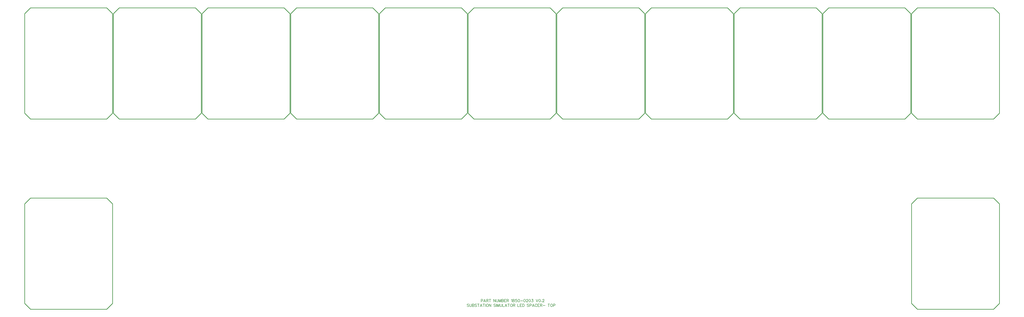
<source format=gto>
G04 Layer: TopSilkscreenLayer*
G04 EasyEDA v6.5.34, 2023-08-21 18:11:39*
G04 473cf98a722f4b1b92428232cfd1038c,5a6b42c53f6a479593ecc07194224c93,10*
G04 Gerber Generator version 0.2*
G04 Scale: 100 percent, Rotated: No, Reflected: No *
G04 Dimensions in millimeters *
G04 leading zeros omitted , absolute positions ,4 integer and 5 decimal *
%FSLAX45Y45*%
%MOMM*%

%ADD10C,0.2032*%
%ADD11C,0.2540*%

%LPD*%
D10*
X22783901Y464057D02*
G01*
X22783901Y349504D01*
X22783901Y464057D02*
G01*
X22832923Y464057D01*
X22849179Y458470D01*
X22854767Y453136D01*
X22860101Y442213D01*
X22860101Y425704D01*
X22854767Y414781D01*
X22849179Y409447D01*
X22832923Y404113D01*
X22783901Y404113D01*
X22939857Y464057D02*
G01*
X22896169Y349504D01*
X22939857Y464057D02*
G01*
X22983545Y349504D01*
X22912425Y387604D02*
G01*
X22967035Y387604D01*
X23019359Y464057D02*
G01*
X23019359Y349504D01*
X23019359Y464057D02*
G01*
X23068635Y464057D01*
X23084891Y458470D01*
X23090225Y453136D01*
X23095813Y442213D01*
X23095813Y431292D01*
X23090225Y420370D01*
X23084891Y414781D01*
X23068635Y409447D01*
X23019359Y409447D01*
X23057713Y409447D02*
G01*
X23095813Y349504D01*
X23169981Y464057D02*
G01*
X23169981Y349504D01*
X23131881Y464057D02*
G01*
X23208081Y464057D01*
X23328223Y464057D02*
G01*
X23328223Y349504D01*
X23328223Y464057D02*
G01*
X23404423Y349504D01*
X23404423Y464057D02*
G01*
X23404423Y349504D01*
X23440491Y464057D02*
G01*
X23440491Y382270D01*
X23446079Y365760D01*
X23457001Y354837D01*
X23473257Y349504D01*
X23484179Y349504D01*
X23500435Y354837D01*
X23511357Y365760D01*
X23516945Y382270D01*
X23516945Y464057D01*
X23553013Y464057D02*
G01*
X23553013Y349504D01*
X23553013Y464057D02*
G01*
X23596447Y349504D01*
X23640135Y464057D02*
G01*
X23596447Y349504D01*
X23640135Y464057D02*
G01*
X23640135Y349504D01*
X23676203Y464057D02*
G01*
X23676203Y349504D01*
X23676203Y464057D02*
G01*
X23725225Y464057D01*
X23741735Y458470D01*
X23747069Y453136D01*
X23752403Y442213D01*
X23752403Y431292D01*
X23747069Y420370D01*
X23741735Y414781D01*
X23725225Y409447D01*
X23676203Y409447D02*
G01*
X23725225Y409447D01*
X23741735Y404113D01*
X23747069Y398526D01*
X23752403Y387604D01*
X23752403Y371347D01*
X23747069Y360426D01*
X23741735Y354837D01*
X23725225Y349504D01*
X23676203Y349504D01*
X23788471Y464057D02*
G01*
X23788471Y349504D01*
X23788471Y464057D02*
G01*
X23859337Y464057D01*
X23788471Y409447D02*
G01*
X23832159Y409447D01*
X23788471Y349504D02*
G01*
X23859337Y349504D01*
X23895405Y464057D02*
G01*
X23895405Y349504D01*
X23895405Y464057D02*
G01*
X23944427Y464057D01*
X23960937Y458470D01*
X23966271Y453136D01*
X23971859Y442213D01*
X23971859Y431292D01*
X23966271Y420370D01*
X23960937Y414781D01*
X23944427Y409447D01*
X23895405Y409447D01*
X23933505Y409447D02*
G01*
X23971859Y349504D01*
X24091747Y442213D02*
G01*
X24102669Y447547D01*
X24119179Y464057D01*
X24119179Y349504D01*
X24182425Y464057D02*
G01*
X24165915Y458470D01*
X24160581Y447547D01*
X24160581Y436626D01*
X24165915Y425704D01*
X24176837Y420370D01*
X24198681Y414781D01*
X24215191Y409447D01*
X24225859Y398526D01*
X24231447Y387604D01*
X24231447Y371347D01*
X24225859Y360426D01*
X24220525Y354837D01*
X24204269Y349504D01*
X24182425Y349504D01*
X24165915Y354837D01*
X24160581Y360426D01*
X24154993Y371347D01*
X24154993Y387604D01*
X24160581Y398526D01*
X24171503Y409447D01*
X24187759Y414781D01*
X24209603Y420370D01*
X24220525Y425704D01*
X24225859Y436626D01*
X24225859Y447547D01*
X24220525Y458470D01*
X24204269Y464057D01*
X24182425Y464057D01*
X24332793Y464057D02*
G01*
X24278437Y464057D01*
X24272849Y414781D01*
X24278437Y420370D01*
X24294693Y425704D01*
X24310949Y425704D01*
X24327459Y420370D01*
X24338381Y409447D01*
X24343715Y393192D01*
X24343715Y382270D01*
X24338381Y365760D01*
X24327459Y354837D01*
X24310949Y349504D01*
X24294693Y349504D01*
X24278437Y354837D01*
X24272849Y360426D01*
X24267515Y371347D01*
X24412549Y464057D02*
G01*
X24396039Y458470D01*
X24385371Y442213D01*
X24379783Y414781D01*
X24379783Y398526D01*
X24385371Y371347D01*
X24396039Y354837D01*
X24412549Y349504D01*
X24423471Y349504D01*
X24439727Y354837D01*
X24450649Y371347D01*
X24456237Y398526D01*
X24456237Y414781D01*
X24450649Y442213D01*
X24439727Y458470D01*
X24423471Y464057D01*
X24412549Y464057D01*
X24492051Y398526D02*
G01*
X24590349Y398526D01*
X24659183Y464057D02*
G01*
X24642673Y458470D01*
X24631751Y442213D01*
X24626417Y414781D01*
X24626417Y398526D01*
X24631751Y371347D01*
X24642673Y354837D01*
X24659183Y349504D01*
X24669851Y349504D01*
X24686361Y354837D01*
X24697283Y371347D01*
X24702617Y398526D01*
X24702617Y414781D01*
X24697283Y442213D01*
X24686361Y458470D01*
X24669851Y464057D01*
X24659183Y464057D01*
X24744273Y436626D02*
G01*
X24744273Y442213D01*
X24749607Y453136D01*
X24755195Y458470D01*
X24765863Y464057D01*
X24787707Y464057D01*
X24798629Y458470D01*
X24804217Y453136D01*
X24809551Y442213D01*
X24809551Y431292D01*
X24804217Y420370D01*
X24793295Y404113D01*
X24738685Y349504D01*
X24815139Y349504D01*
X24883719Y464057D02*
G01*
X24867463Y458470D01*
X24856541Y442213D01*
X24850953Y414781D01*
X24850953Y398526D01*
X24856541Y371347D01*
X24867463Y354837D01*
X24883719Y349504D01*
X24894641Y349504D01*
X24911151Y354837D01*
X24922073Y371347D01*
X24927407Y398526D01*
X24927407Y414781D01*
X24922073Y442213D01*
X24911151Y458470D01*
X24894641Y464057D01*
X24883719Y464057D01*
X24974397Y464057D02*
G01*
X25034341Y464057D01*
X25001575Y420370D01*
X25018085Y420370D01*
X25029007Y414781D01*
X25034341Y409447D01*
X25039675Y393192D01*
X25039675Y382270D01*
X25034341Y365760D01*
X25023419Y354837D01*
X25007163Y349504D01*
X24990653Y349504D01*
X24974397Y354837D01*
X24968809Y360426D01*
X24963475Y371347D01*
X25159817Y464057D02*
G01*
X25203505Y349504D01*
X25247193Y464057D02*
G01*
X25203505Y349504D01*
X25315773Y464057D02*
G01*
X25299517Y458470D01*
X25288595Y442213D01*
X25283007Y414781D01*
X25283007Y398526D01*
X25288595Y371347D01*
X25299517Y354837D01*
X25315773Y349504D01*
X25326695Y349504D01*
X25342951Y354837D01*
X25353873Y371347D01*
X25359461Y398526D01*
X25359461Y414781D01*
X25353873Y442213D01*
X25342951Y458470D01*
X25326695Y464057D01*
X25315773Y464057D01*
X25400863Y376681D02*
G01*
X25395529Y371347D01*
X25400863Y365760D01*
X25406451Y371347D01*
X25400863Y376681D01*
X25447853Y436626D02*
G01*
X25447853Y442213D01*
X25453187Y453136D01*
X25458775Y458470D01*
X25469697Y464057D01*
X25491541Y464057D01*
X25502463Y458470D01*
X25507797Y453136D01*
X25513131Y442213D01*
X25513131Y431292D01*
X25507797Y420370D01*
X25496875Y404113D01*
X25442265Y349504D01*
X25518719Y349504D01*
X22254362Y244347D02*
G01*
X22243440Y255270D01*
X22226930Y260857D01*
X22205086Y260857D01*
X22188830Y255270D01*
X22177908Y244347D01*
X22177908Y233426D01*
X22183242Y222504D01*
X22188830Y217170D01*
X22199752Y211581D01*
X22232518Y200913D01*
X22243440Y195326D01*
X22248774Y189992D01*
X22254362Y179070D01*
X22254362Y162560D01*
X22243440Y151637D01*
X22226930Y146304D01*
X22205086Y146304D01*
X22188830Y151637D01*
X22177908Y162560D01*
X22290176Y260857D02*
G01*
X22290176Y179070D01*
X22295764Y162560D01*
X22306686Y151637D01*
X22322942Y146304D01*
X22333864Y146304D01*
X22350374Y151637D01*
X22361296Y162560D01*
X22366630Y179070D01*
X22366630Y260857D01*
X22402698Y260857D02*
G01*
X22402698Y146304D01*
X22402698Y260857D02*
G01*
X22451720Y260857D01*
X22467976Y255270D01*
X22473564Y249936D01*
X22478898Y239013D01*
X22478898Y228092D01*
X22473564Y217170D01*
X22467976Y211581D01*
X22451720Y206247D01*
X22402698Y206247D02*
G01*
X22451720Y206247D01*
X22467976Y200913D01*
X22473564Y195326D01*
X22478898Y184404D01*
X22478898Y168147D01*
X22473564Y157226D01*
X22467976Y151637D01*
X22451720Y146304D01*
X22402698Y146304D01*
X22591420Y244347D02*
G01*
X22580498Y255270D01*
X22563988Y260857D01*
X22542144Y260857D01*
X22525888Y255270D01*
X22514966Y244347D01*
X22514966Y233426D01*
X22520554Y222504D01*
X22525888Y217170D01*
X22536810Y211581D01*
X22569576Y200913D01*
X22580498Y195326D01*
X22585832Y189992D01*
X22591420Y179070D01*
X22591420Y162560D01*
X22580498Y151637D01*
X22563988Y146304D01*
X22542144Y146304D01*
X22525888Y151637D01*
X22514966Y162560D01*
X22665588Y260857D02*
G01*
X22665588Y146304D01*
X22627488Y260857D02*
G01*
X22703688Y260857D01*
X22783444Y260857D02*
G01*
X22739756Y146304D01*
X22783444Y260857D02*
G01*
X22826878Y146304D01*
X22756012Y184404D02*
G01*
X22810622Y184404D01*
X22901300Y260857D02*
G01*
X22901300Y146304D01*
X22862946Y260857D02*
G01*
X22939400Y260857D01*
X22975468Y260857D02*
G01*
X22975468Y146304D01*
X23044048Y260857D02*
G01*
X23033126Y255270D01*
X23022204Y244347D01*
X23016870Y233426D01*
X23011282Y217170D01*
X23011282Y189992D01*
X23016870Y173481D01*
X23022204Y162560D01*
X23033126Y151637D01*
X23044048Y146304D01*
X23065892Y146304D01*
X23076814Y151637D01*
X23087736Y162560D01*
X23093070Y173481D01*
X23098658Y189992D01*
X23098658Y217170D01*
X23093070Y233426D01*
X23087736Y244347D01*
X23076814Y255270D01*
X23065892Y260857D01*
X23044048Y260857D01*
X23134726Y260857D02*
G01*
X23134726Y146304D01*
X23134726Y260857D02*
G01*
X23210926Y146304D01*
X23210926Y260857D02*
G01*
X23210926Y146304D01*
X23407268Y244347D02*
G01*
X23396346Y255270D01*
X23380090Y260857D01*
X23358246Y260857D01*
X23341990Y255270D01*
X23331068Y244347D01*
X23331068Y233426D01*
X23336402Y222504D01*
X23341990Y217170D01*
X23352912Y211581D01*
X23385424Y200913D01*
X23396346Y195326D01*
X23401934Y189992D01*
X23407268Y179070D01*
X23407268Y162560D01*
X23396346Y151637D01*
X23380090Y146304D01*
X23358246Y146304D01*
X23341990Y151637D01*
X23331068Y162560D01*
X23443336Y260857D02*
G01*
X23443336Y146304D01*
X23479404Y260857D02*
G01*
X23479404Y146304D01*
X23479404Y260857D02*
G01*
X23523092Y146304D01*
X23566526Y260857D02*
G01*
X23523092Y146304D01*
X23566526Y260857D02*
G01*
X23566526Y146304D01*
X23602594Y260857D02*
G01*
X23602594Y179070D01*
X23608182Y162560D01*
X23619104Y151637D01*
X23635360Y146304D01*
X23646282Y146304D01*
X23662538Y151637D01*
X23673460Y162560D01*
X23679048Y179070D01*
X23679048Y260857D01*
X23715116Y260857D02*
G01*
X23715116Y146304D01*
X23715116Y146304D02*
G01*
X23780394Y146304D01*
X23860150Y260857D02*
G01*
X23816462Y146304D01*
X23860150Y260857D02*
G01*
X23903838Y146304D01*
X23832718Y184404D02*
G01*
X23887328Y184404D01*
X23978006Y260857D02*
G01*
X23978006Y146304D01*
X23939652Y260857D02*
G01*
X24016106Y260857D01*
X24084940Y260857D02*
G01*
X24074018Y255270D01*
X24063096Y244347D01*
X24057508Y233426D01*
X24052174Y217170D01*
X24052174Y189992D01*
X24057508Y173481D01*
X24063096Y162560D01*
X24074018Y151637D01*
X24084940Y146304D01*
X24106530Y146304D01*
X24117452Y151637D01*
X24128374Y162560D01*
X24133962Y173481D01*
X24139296Y189992D01*
X24139296Y217170D01*
X24133962Y233426D01*
X24128374Y244347D01*
X24117452Y255270D01*
X24106530Y260857D01*
X24084940Y260857D01*
X24175364Y260857D02*
G01*
X24175364Y146304D01*
X24175364Y260857D02*
G01*
X24224386Y260857D01*
X24240896Y255270D01*
X24246230Y249936D01*
X24251818Y239013D01*
X24251818Y228092D01*
X24246230Y217170D01*
X24240896Y211581D01*
X24224386Y206247D01*
X24175364Y206247D01*
X24213464Y206247D02*
G01*
X24251818Y146304D01*
X24371706Y260857D02*
G01*
X24371706Y146304D01*
X24371706Y146304D02*
G01*
X24437238Y146304D01*
X24473052Y260857D02*
G01*
X24473052Y146304D01*
X24473052Y260857D02*
G01*
X24544172Y260857D01*
X24473052Y206247D02*
G01*
X24516740Y206247D01*
X24473052Y146304D02*
G01*
X24544172Y146304D01*
X24579986Y260857D02*
G01*
X24579986Y146304D01*
X24579986Y260857D02*
G01*
X24618340Y260857D01*
X24634596Y255270D01*
X24645518Y244347D01*
X24651106Y233426D01*
X24656440Y217170D01*
X24656440Y189992D01*
X24651106Y173481D01*
X24645518Y162560D01*
X24634596Y151637D01*
X24618340Y146304D01*
X24579986Y146304D01*
X24852782Y244347D02*
G01*
X24841860Y255270D01*
X24825604Y260857D01*
X24803760Y260857D01*
X24787250Y255270D01*
X24776328Y244347D01*
X24776328Y233426D01*
X24781916Y222504D01*
X24787250Y217170D01*
X24798172Y211581D01*
X24830938Y200913D01*
X24841860Y195326D01*
X24847448Y189992D01*
X24852782Y179070D01*
X24852782Y162560D01*
X24841860Y151637D01*
X24825604Y146304D01*
X24803760Y146304D01*
X24787250Y151637D01*
X24776328Y162560D01*
X24888850Y260857D02*
G01*
X24888850Y146304D01*
X24888850Y260857D02*
G01*
X24937872Y260857D01*
X24954382Y255270D01*
X24959716Y249936D01*
X24965050Y239013D01*
X24965050Y222504D01*
X24959716Y211581D01*
X24954382Y206247D01*
X24937872Y200913D01*
X24888850Y200913D01*
X25044806Y260857D02*
G01*
X25001118Y146304D01*
X25044806Y260857D02*
G01*
X25088494Y146304D01*
X25017628Y184404D02*
G01*
X25071984Y184404D01*
X25206350Y233426D02*
G01*
X25200762Y244347D01*
X25189840Y255270D01*
X25178918Y260857D01*
X25157074Y260857D01*
X25146152Y255270D01*
X25135230Y244347D01*
X25129896Y233426D01*
X25124562Y217170D01*
X25124562Y189992D01*
X25129896Y173481D01*
X25135230Y162560D01*
X25146152Y151637D01*
X25157074Y146304D01*
X25178918Y146304D01*
X25189840Y151637D01*
X25200762Y162560D01*
X25206350Y173481D01*
X25242164Y260857D02*
G01*
X25242164Y146304D01*
X25242164Y260857D02*
G01*
X25313284Y260857D01*
X25242164Y206247D02*
G01*
X25285852Y206247D01*
X25242164Y146304D02*
G01*
X25313284Y146304D01*
X25349098Y260857D02*
G01*
X25349098Y146304D01*
X25349098Y260857D02*
G01*
X25398374Y260857D01*
X25414630Y255270D01*
X25419964Y249936D01*
X25425552Y239013D01*
X25425552Y228092D01*
X25419964Y217170D01*
X25414630Y211581D01*
X25398374Y206247D01*
X25349098Y206247D01*
X25387452Y206247D02*
G01*
X25425552Y146304D01*
X25461620Y195326D02*
G01*
X25559664Y195326D01*
X25717906Y260857D02*
G01*
X25717906Y146304D01*
X25679806Y260857D02*
G01*
X25756006Y260857D01*
X25824840Y260857D02*
G01*
X25813918Y255270D01*
X25802996Y244347D01*
X25797662Y233426D01*
X25792074Y217170D01*
X25792074Y189992D01*
X25797662Y173481D01*
X25802996Y162560D01*
X25813918Y151637D01*
X25824840Y146304D01*
X25846684Y146304D01*
X25857606Y151637D01*
X25868528Y162560D01*
X25873862Y173481D01*
X25879450Y189992D01*
X25879450Y217170D01*
X25873862Y233426D01*
X25868528Y244347D01*
X25857606Y255270D01*
X25846684Y260857D01*
X25824840Y260857D01*
X25915264Y260857D02*
G01*
X25915264Y146304D01*
X25915264Y260857D02*
G01*
X25964540Y260857D01*
X25980796Y255270D01*
X25986384Y249936D01*
X25991718Y239013D01*
X25991718Y222504D01*
X25986384Y211581D01*
X25980796Y206247D01*
X25964540Y200913D01*
X25915264Y200913D01*
D11*
X18628009Y13115317D02*
G01*
X21930009Y13115317D01*
X22184009Y12861317D01*
X22184009Y8543317D01*
X21930009Y8289317D01*
X18628009Y8289310D01*
X18374009Y8543310D01*
X18374009Y12861317D01*
X18628009Y13115317D01*
X3255218Y13115317D02*
G01*
X6557218Y13115317D01*
X6811218Y12861317D01*
X6811218Y8543317D01*
X6557218Y8289317D01*
X3255218Y8289310D01*
X3001218Y8543310D01*
X3001218Y12861317D01*
X3255218Y13115317D01*
X41686906Y4864100D02*
G01*
X44988906Y4864100D01*
X45242906Y4610100D01*
X45242906Y292100D01*
X44988906Y38100D01*
X41686906Y38100D01*
X41432906Y292100D01*
X41432906Y4610100D01*
X41686906Y4864100D01*
X3254908Y4864100D02*
G01*
X6556908Y4864100D01*
X6810908Y4610100D01*
X6810908Y292100D01*
X6556908Y38100D01*
X3254908Y38100D01*
X3000908Y292100D01*
X3000908Y4610100D01*
X3254908Y4864100D01*
X41687216Y13115317D02*
G01*
X44989216Y13115317D01*
X45243216Y12861317D01*
X45243216Y8543317D01*
X44989216Y8289317D01*
X41687216Y8289310D01*
X41433216Y8543310D01*
X41433216Y12861317D01*
X41687216Y13115317D01*
X37844016Y13115317D02*
G01*
X41146016Y13115317D01*
X41400016Y12861317D01*
X41400016Y8543317D01*
X41146016Y8289317D01*
X37844016Y8289310D01*
X37590016Y8543310D01*
X37590016Y12861317D01*
X37844016Y13115317D01*
X34000826Y13115317D02*
G01*
X37302826Y13115317D01*
X37556826Y12861317D01*
X37556826Y8543317D01*
X37302826Y8289317D01*
X34000826Y8289310D01*
X33746826Y8543310D01*
X33746826Y12861317D01*
X34000826Y13115317D01*
X30157625Y13115317D02*
G01*
X33459625Y13115317D01*
X33713625Y12861317D01*
X33713625Y8543317D01*
X33459625Y8289317D01*
X30157625Y8289310D01*
X29903625Y8543310D01*
X29903625Y12861317D01*
X30157625Y13115317D01*
X26314425Y13115317D02*
G01*
X29616425Y13115317D01*
X29870425Y12861317D01*
X29870425Y8543317D01*
X29616425Y8289317D01*
X26314425Y8289310D01*
X26060425Y8543310D01*
X26060425Y12861317D01*
X26314425Y13115317D01*
X22471225Y13115317D02*
G01*
X25773225Y13115317D01*
X26027225Y12861317D01*
X26027225Y8543317D01*
X25773225Y8289317D01*
X22471225Y8289310D01*
X22217225Y8543310D01*
X22217225Y12861317D01*
X22471225Y13115317D01*
X14784809Y13115317D02*
G01*
X18086809Y13115317D01*
X18340809Y12861317D01*
X18340809Y8543317D01*
X18086809Y8289317D01*
X14784809Y8289310D01*
X14530809Y8543310D01*
X14530809Y12861317D01*
X14784809Y13115317D01*
X10941608Y13115317D02*
G01*
X14243608Y13115317D01*
X14497608Y12861317D01*
X14497608Y8543317D01*
X14243608Y8289317D01*
X10941608Y8289310D01*
X10687608Y8543310D01*
X10687608Y12861317D01*
X10941608Y13115317D01*
X7098405Y13115317D02*
G01*
X10400405Y13115317D01*
X10654405Y12861317D01*
X10654405Y8543317D01*
X10400405Y8289317D01*
X7098405Y8289310D01*
X6844405Y8543310D01*
X6844405Y12861317D01*
X7098405Y13115317D01*
M02*

</source>
